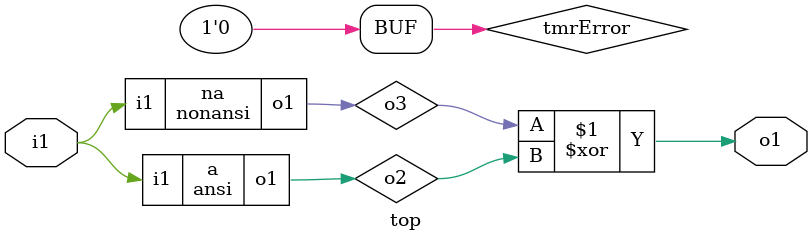
<source format=v>
module ansi (input i1,output o1);
wire i1Voted=i1;
wire tmrError=0;
assign o1=i1Voted;
endmodule

module nonansi (i1,o1);
input i1;
output o1;
wire i1Voted=i1;
wire tmrError=0;
// tmrg tmr_error true
assign o1=i1Voted;
endmodule

module top(input i1,output o1);
// tmrg tmr_error true
wire tmrError=0;
wire o2,o3;
ansi a(.i1(i1),.o1(o2));
nonansi na(.i1(i1),.o1(o3));
assign o1=o3^o2;
endmodule

</source>
